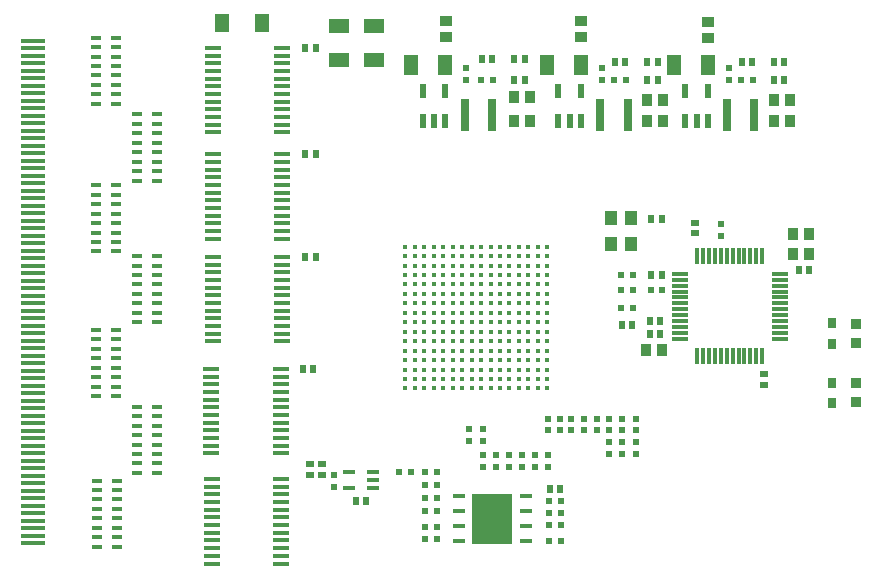
<source format=gtp>
G04*
G04 #@! TF.GenerationSoftware,Altium Limited,Altium Designer,24.4.1 (13)*
G04*
G04 Layer_Color=8421504*
%FSLAX44Y44*%
%MOMM*%
G71*
G04*
G04 #@! TF.SameCoordinates,15E4D96D-5BE7-4AE5-8AB4-AC3752DCFCC4*
G04*
G04*
G04 #@! TF.FilePolarity,Positive*
G04*
G01*
G75*
%ADD16R,0.6000X0.5000*%
%ADD17R,0.5000X0.6000*%
%ADD18R,3.4500X4.3500*%
%ADD19R,1.0500X0.4500*%
%ADD20R,0.9000X1.0000*%
%ADD21R,1.4750X0.3000*%
%ADD22R,0.3000X1.4750*%
%ADD23R,0.6000X0.6400*%
%ADD24R,1.4750X0.4500*%
%ADD25R,1.0500X0.4000*%
%ADD26R,0.6400X0.6000*%
%ADD27R,0.9000X0.4500*%
%ADD28R,0.6000X1.1500*%
%ADD29R,0.8000X2.7000*%
%ADD30R,1.2500X1.6500*%
%ADD31R,1.0000X0.9000*%
%ADD32C,0.4200*%
%ADD33R,1.8000X1.3000*%
%ADD34R,1.3000X1.8000*%
%ADD35R,0.8000X0.9000*%
%ADD36R,0.9500X0.9000*%
%ADD37R,2.0000X0.3800*%
%ADD38R,1.1000X1.3000*%
D16*
X649000Y363000D02*
D03*
Y353000D02*
D03*
X616000Y322000D02*
D03*
Y332000D02*
D03*
X680000Y353000D02*
D03*
Y363000D02*
D03*
X691000D02*
D03*
Y353000D02*
D03*
X724000Y343000D02*
D03*
Y333000D02*
D03*
Y363000D02*
D03*
Y353000D02*
D03*
X669000Y363000D02*
D03*
Y353000D02*
D03*
X649000Y332000D02*
D03*
Y322000D02*
D03*
X659000Y363000D02*
D03*
Y353000D02*
D03*
X468000Y305000D02*
D03*
Y315000D02*
D03*
X695000Y660000D02*
D03*
Y650000D02*
D03*
X802500Y660000D02*
D03*
Y650000D02*
D03*
X712000Y353000D02*
D03*
Y363000D02*
D03*
X627000Y322000D02*
D03*
Y332000D02*
D03*
X638000Y322000D02*
D03*
Y332000D02*
D03*
X594000D02*
D03*
Y322000D02*
D03*
X605000D02*
D03*
Y332000D02*
D03*
X594000Y344000D02*
D03*
Y354000D02*
D03*
X582000D02*
D03*
Y344000D02*
D03*
X712000Y333000D02*
D03*
Y343000D02*
D03*
X701000Y333000D02*
D03*
Y343000D02*
D03*
X701000Y353000D02*
D03*
Y363000D02*
D03*
X796000Y517500D02*
D03*
Y527500D02*
D03*
X580000Y650000D02*
D03*
Y660000D02*
D03*
D17*
X650000Y293000D02*
D03*
X660000D02*
D03*
X555000Y318000D02*
D03*
X545000D02*
D03*
Y307000D02*
D03*
X555000D02*
D03*
X523000Y318000D02*
D03*
X533000D02*
D03*
X555000Y261000D02*
D03*
X545000D02*
D03*
X660000Y259000D02*
D03*
X650000D02*
D03*
X545000Y296000D02*
D03*
X555000D02*
D03*
X711000Y472000D02*
D03*
X721000D02*
D03*
X711000Y484500D02*
D03*
X721000D02*
D03*
X711000Y457000D02*
D03*
X721000D02*
D03*
X660000Y283000D02*
D03*
X650000D02*
D03*
X555000Y271000D02*
D03*
X545000D02*
D03*
X555000Y285000D02*
D03*
X545000D02*
D03*
X736000Y472000D02*
D03*
X746000D02*
D03*
X650000Y273000D02*
D03*
X660000D02*
D03*
X812500Y650000D02*
D03*
X822500D02*
D03*
X705000D02*
D03*
X715000D02*
D03*
X592500D02*
D03*
X602500D02*
D03*
D18*
X602000Y278000D02*
D03*
D19*
X630500Y297050D02*
D03*
Y284350D02*
D03*
Y271650D02*
D03*
Y258950D02*
D03*
X573500D02*
D03*
Y271650D02*
D03*
Y284350D02*
D03*
Y297050D02*
D03*
D20*
X745750Y421000D02*
D03*
X732250D02*
D03*
X854250Y615000D02*
D03*
X840750D02*
D03*
X634250Y635000D02*
D03*
X620750D02*
D03*
X854250Y632500D02*
D03*
X840750D02*
D03*
X733250Y615000D02*
D03*
X746750D02*
D03*
X869750Y502000D02*
D03*
X856250D02*
D03*
X869750Y519000D02*
D03*
X856250D02*
D03*
X733250Y632500D02*
D03*
X746750D02*
D03*
X634250Y615000D02*
D03*
X620750D02*
D03*
D21*
X760620Y485500D02*
D03*
Y480500D02*
D03*
Y475500D02*
D03*
Y470500D02*
D03*
Y465500D02*
D03*
Y460500D02*
D03*
Y455500D02*
D03*
Y450500D02*
D03*
Y445500D02*
D03*
Y440500D02*
D03*
Y435500D02*
D03*
Y430500D02*
D03*
X845380D02*
D03*
Y435500D02*
D03*
Y440500D02*
D03*
Y445500D02*
D03*
Y450500D02*
D03*
Y455500D02*
D03*
Y460500D02*
D03*
Y465500D02*
D03*
Y470500D02*
D03*
Y475500D02*
D03*
Y480500D02*
D03*
Y485500D02*
D03*
D22*
X775500Y415620D02*
D03*
X780500D02*
D03*
X785500D02*
D03*
X790500D02*
D03*
X795500D02*
D03*
X800500D02*
D03*
X805500D02*
D03*
X810500D02*
D03*
X815500D02*
D03*
X820500D02*
D03*
X825500D02*
D03*
X830500D02*
D03*
Y500380D02*
D03*
X825500D02*
D03*
X820500D02*
D03*
X815500D02*
D03*
X810500D02*
D03*
X805500D02*
D03*
X800500D02*
D03*
X795500D02*
D03*
X790500D02*
D03*
X785500D02*
D03*
X780500D02*
D03*
X775500D02*
D03*
D23*
X495400Y293000D02*
D03*
X486600D02*
D03*
X720400Y442000D02*
D03*
X711600D02*
D03*
X659400Y303000D02*
D03*
X650600D02*
D03*
X593100Y667500D02*
D03*
X601900D02*
D03*
X620600Y650000D02*
D03*
X629400D02*
D03*
Y667500D02*
D03*
X620600D02*
D03*
X735600Y446000D02*
D03*
X744400D02*
D03*
X452400Y500000D02*
D03*
X443600D02*
D03*
X450400Y405000D02*
D03*
X441600D02*
D03*
X714400Y665000D02*
D03*
X705600D02*
D03*
X745400Y532000D02*
D03*
X736600D02*
D03*
X741900Y665000D02*
D03*
X733100D02*
D03*
X741900Y650000D02*
D03*
X733100D02*
D03*
X744400Y435000D02*
D03*
X735600D02*
D03*
X840600Y665000D02*
D03*
X849400D02*
D03*
X840600Y650000D02*
D03*
X849400D02*
D03*
X821900Y665000D02*
D03*
X813100D02*
D03*
X861600Y489000D02*
D03*
X870400D02*
D03*
X745400Y484500D02*
D03*
X736600D02*
D03*
X443600Y587000D02*
D03*
X452400D02*
D03*
X443600Y677000D02*
D03*
X452400D02*
D03*
D24*
X423380Y311750D02*
D03*
Y305250D02*
D03*
Y298750D02*
D03*
Y292250D02*
D03*
Y285750D02*
D03*
Y279250D02*
D03*
Y272750D02*
D03*
Y266250D02*
D03*
Y259750D02*
D03*
Y253250D02*
D03*
Y246750D02*
D03*
Y240250D02*
D03*
X364620D02*
D03*
Y246750D02*
D03*
Y253250D02*
D03*
Y259750D02*
D03*
Y266250D02*
D03*
Y272750D02*
D03*
Y279250D02*
D03*
Y285750D02*
D03*
Y292250D02*
D03*
Y298750D02*
D03*
Y305250D02*
D03*
Y311750D02*
D03*
X423000Y405000D02*
D03*
Y398500D02*
D03*
Y392000D02*
D03*
Y385500D02*
D03*
Y379000D02*
D03*
Y372500D02*
D03*
Y366000D02*
D03*
Y359500D02*
D03*
Y353000D02*
D03*
Y346500D02*
D03*
Y340000D02*
D03*
Y333500D02*
D03*
X364240D02*
D03*
Y340000D02*
D03*
Y346500D02*
D03*
Y353000D02*
D03*
Y359500D02*
D03*
Y366000D02*
D03*
Y372500D02*
D03*
Y379000D02*
D03*
Y385500D02*
D03*
Y392000D02*
D03*
Y398500D02*
D03*
Y405000D02*
D03*
X423880Y676750D02*
D03*
Y670250D02*
D03*
Y663750D02*
D03*
Y657250D02*
D03*
Y650750D02*
D03*
Y644250D02*
D03*
Y637750D02*
D03*
Y631250D02*
D03*
Y624750D02*
D03*
Y618250D02*
D03*
Y611750D02*
D03*
Y605250D02*
D03*
X365120D02*
D03*
Y611750D02*
D03*
Y618250D02*
D03*
Y624750D02*
D03*
Y631250D02*
D03*
Y637750D02*
D03*
Y644250D02*
D03*
Y650750D02*
D03*
Y657250D02*
D03*
Y663750D02*
D03*
Y670250D02*
D03*
Y676750D02*
D03*
X423880Y499750D02*
D03*
Y493250D02*
D03*
Y486750D02*
D03*
Y480250D02*
D03*
Y473750D02*
D03*
Y467250D02*
D03*
Y460750D02*
D03*
Y454250D02*
D03*
Y447750D02*
D03*
Y441250D02*
D03*
Y434750D02*
D03*
Y428250D02*
D03*
X365120D02*
D03*
Y434750D02*
D03*
Y441250D02*
D03*
Y447750D02*
D03*
Y454250D02*
D03*
Y460750D02*
D03*
Y467250D02*
D03*
Y473750D02*
D03*
Y480250D02*
D03*
Y486750D02*
D03*
Y493250D02*
D03*
Y499750D02*
D03*
X365120Y586750D02*
D03*
Y580250D02*
D03*
Y573750D02*
D03*
Y567250D02*
D03*
Y560750D02*
D03*
Y554250D02*
D03*
Y547750D02*
D03*
Y541250D02*
D03*
Y534750D02*
D03*
Y528250D02*
D03*
Y521750D02*
D03*
Y515250D02*
D03*
X423880D02*
D03*
Y521750D02*
D03*
Y528250D02*
D03*
Y534750D02*
D03*
Y541250D02*
D03*
Y547750D02*
D03*
Y554250D02*
D03*
Y560750D02*
D03*
Y567250D02*
D03*
Y573750D02*
D03*
Y580250D02*
D03*
Y586750D02*
D03*
D25*
X501000Y304500D02*
D03*
Y311000D02*
D03*
Y317500D02*
D03*
X481000D02*
D03*
Y304500D02*
D03*
D26*
X458000Y315600D02*
D03*
Y324400D02*
D03*
X448000Y324400D02*
D03*
Y315600D02*
D03*
X773500Y520100D02*
D03*
Y528900D02*
D03*
X832000Y400400D02*
D03*
Y391600D02*
D03*
D27*
X301500Y444500D02*
D03*
Y452500D02*
D03*
Y468500D02*
D03*
Y460500D02*
D03*
Y484500D02*
D03*
Y500500D02*
D03*
Y492500D02*
D03*
Y476500D02*
D03*
X318500D02*
D03*
Y492500D02*
D03*
Y500500D02*
D03*
Y484500D02*
D03*
Y460500D02*
D03*
Y468500D02*
D03*
Y452500D02*
D03*
Y444500D02*
D03*
X266500Y382000D02*
D03*
Y390000D02*
D03*
Y406000D02*
D03*
Y398000D02*
D03*
Y422000D02*
D03*
Y438000D02*
D03*
Y430000D02*
D03*
Y414000D02*
D03*
X283500D02*
D03*
Y430000D02*
D03*
Y438000D02*
D03*
Y422000D02*
D03*
Y398000D02*
D03*
Y406000D02*
D03*
Y390000D02*
D03*
Y382000D02*
D03*
X301500Y317000D02*
D03*
Y325000D02*
D03*
Y341000D02*
D03*
Y333000D02*
D03*
Y357000D02*
D03*
Y373000D02*
D03*
Y365000D02*
D03*
Y349000D02*
D03*
X318500D02*
D03*
Y365000D02*
D03*
Y373000D02*
D03*
Y357000D02*
D03*
Y333000D02*
D03*
Y341000D02*
D03*
Y325000D02*
D03*
Y317000D02*
D03*
X301500Y564500D02*
D03*
Y572500D02*
D03*
Y588500D02*
D03*
Y580500D02*
D03*
Y604500D02*
D03*
Y620500D02*
D03*
Y612500D02*
D03*
Y596500D02*
D03*
X318500D02*
D03*
Y612500D02*
D03*
Y620500D02*
D03*
Y604500D02*
D03*
Y580500D02*
D03*
Y588500D02*
D03*
Y572500D02*
D03*
Y564500D02*
D03*
X284500Y254500D02*
D03*
Y262500D02*
D03*
Y278500D02*
D03*
Y270500D02*
D03*
Y294500D02*
D03*
Y310500D02*
D03*
Y302500D02*
D03*
Y286500D02*
D03*
X267500D02*
D03*
Y302500D02*
D03*
Y310500D02*
D03*
Y294500D02*
D03*
Y270500D02*
D03*
Y278500D02*
D03*
Y262500D02*
D03*
Y254500D02*
D03*
X283500Y504500D02*
D03*
Y512500D02*
D03*
Y528500D02*
D03*
Y520500D02*
D03*
Y544500D02*
D03*
Y560500D02*
D03*
Y552500D02*
D03*
Y536500D02*
D03*
X266500D02*
D03*
Y552500D02*
D03*
Y560500D02*
D03*
Y544500D02*
D03*
Y520500D02*
D03*
Y528500D02*
D03*
Y512500D02*
D03*
Y504500D02*
D03*
X283500Y629500D02*
D03*
Y637500D02*
D03*
Y653500D02*
D03*
Y645500D02*
D03*
Y669500D02*
D03*
Y685500D02*
D03*
Y677500D02*
D03*
Y661500D02*
D03*
X266500D02*
D03*
Y677500D02*
D03*
Y685500D02*
D03*
Y669500D02*
D03*
Y645500D02*
D03*
Y653500D02*
D03*
Y637500D02*
D03*
Y629500D02*
D03*
D28*
X543000Y640500D02*
D03*
X562000D02*
D03*
Y614500D02*
D03*
X552500D02*
D03*
X543000D02*
D03*
X658000Y640500D02*
D03*
X677000D02*
D03*
Y614500D02*
D03*
X667500D02*
D03*
X658000D02*
D03*
X765500Y640500D02*
D03*
X784500D02*
D03*
Y614500D02*
D03*
X775000D02*
D03*
X765500D02*
D03*
D29*
X824000Y620000D02*
D03*
X801000D02*
D03*
X693500D02*
D03*
X716500D02*
D03*
X578500D02*
D03*
X601500D02*
D03*
D30*
X372750Y697500D02*
D03*
X407250D02*
D03*
D31*
X677500Y699250D02*
D03*
Y685750D02*
D03*
X785000Y685000D02*
D03*
Y698500D02*
D03*
X562500Y685750D02*
D03*
Y699250D02*
D03*
D32*
X528500Y508500D02*
D03*
X536500D02*
D03*
X544500D02*
D03*
X552500D02*
D03*
X560500D02*
D03*
X568500D02*
D03*
X576500D02*
D03*
X584500D02*
D03*
X592500D02*
D03*
X600500D02*
D03*
X608500D02*
D03*
X616500D02*
D03*
X624500D02*
D03*
X632500D02*
D03*
X640500D02*
D03*
X648500D02*
D03*
X528500Y500500D02*
D03*
X536500D02*
D03*
X544500D02*
D03*
X552500D02*
D03*
X560500D02*
D03*
X568500D02*
D03*
X576500D02*
D03*
X584500D02*
D03*
X592500D02*
D03*
X600500D02*
D03*
X608500D02*
D03*
X616500D02*
D03*
X624500D02*
D03*
X632500D02*
D03*
X640500D02*
D03*
X648500D02*
D03*
X528500Y492500D02*
D03*
X536500D02*
D03*
X544500D02*
D03*
X552500D02*
D03*
X560500D02*
D03*
X568500D02*
D03*
X576500D02*
D03*
X584500D02*
D03*
X592500D02*
D03*
X600500D02*
D03*
X608500D02*
D03*
X616500D02*
D03*
X624500D02*
D03*
X632500D02*
D03*
X640500D02*
D03*
X648500D02*
D03*
X528500Y484500D02*
D03*
X536500D02*
D03*
X544500D02*
D03*
X552500D02*
D03*
X560500D02*
D03*
X568500D02*
D03*
X576500D02*
D03*
X584500D02*
D03*
X592500D02*
D03*
X600500D02*
D03*
X608500D02*
D03*
X616500D02*
D03*
X624500D02*
D03*
X632500D02*
D03*
X640500D02*
D03*
X648500D02*
D03*
X528500Y476500D02*
D03*
X536500D02*
D03*
X544500D02*
D03*
X552500D02*
D03*
X560500D02*
D03*
X568500D02*
D03*
X576500D02*
D03*
X584500D02*
D03*
X592500D02*
D03*
X600500D02*
D03*
X608500D02*
D03*
X616500D02*
D03*
X624500D02*
D03*
X632500D02*
D03*
X640500D02*
D03*
X648500D02*
D03*
X528500Y468500D02*
D03*
X536500D02*
D03*
X544500D02*
D03*
X552500D02*
D03*
X560500D02*
D03*
X568500D02*
D03*
X576500D02*
D03*
X584500D02*
D03*
X592500D02*
D03*
X600500D02*
D03*
X608500D02*
D03*
X616500D02*
D03*
X624500D02*
D03*
X632500D02*
D03*
X640500D02*
D03*
X648500D02*
D03*
X528500Y460500D02*
D03*
X536500D02*
D03*
X544500D02*
D03*
X552500D02*
D03*
X560500D02*
D03*
X568500D02*
D03*
X576500D02*
D03*
X584500D02*
D03*
X592500D02*
D03*
X600500D02*
D03*
X608500D02*
D03*
X616500D02*
D03*
X624500D02*
D03*
X632500D02*
D03*
X640500D02*
D03*
X648500D02*
D03*
X528500Y452500D02*
D03*
X536500D02*
D03*
X544500D02*
D03*
X552500D02*
D03*
X560500D02*
D03*
X568500D02*
D03*
X576500D02*
D03*
X584500D02*
D03*
X592500D02*
D03*
X600500D02*
D03*
X608500D02*
D03*
X616500D02*
D03*
X624500D02*
D03*
X632500D02*
D03*
X640500D02*
D03*
X648500D02*
D03*
X528500Y444500D02*
D03*
X536500D02*
D03*
X544500D02*
D03*
X552500D02*
D03*
X560500D02*
D03*
X568500D02*
D03*
X576500D02*
D03*
X584500D02*
D03*
X592500D02*
D03*
X600500D02*
D03*
X608500D02*
D03*
X616500D02*
D03*
X624500D02*
D03*
X632500D02*
D03*
X640500D02*
D03*
X648500D02*
D03*
X528500Y436500D02*
D03*
X536500D02*
D03*
X544500D02*
D03*
X552500D02*
D03*
X560500D02*
D03*
X568500D02*
D03*
X576500D02*
D03*
X584500D02*
D03*
X592500D02*
D03*
X600500D02*
D03*
X608500D02*
D03*
X616500D02*
D03*
X624500D02*
D03*
X632500D02*
D03*
X640500D02*
D03*
X648500D02*
D03*
X528500Y428500D02*
D03*
X536500D02*
D03*
X544500D02*
D03*
X552500D02*
D03*
X560500D02*
D03*
X568500D02*
D03*
X576500D02*
D03*
X584500D02*
D03*
X592500D02*
D03*
X600500D02*
D03*
X608500D02*
D03*
X616500D02*
D03*
X624500D02*
D03*
X632500D02*
D03*
X640500D02*
D03*
X648500D02*
D03*
X528500Y420500D02*
D03*
X536500D02*
D03*
X544500D02*
D03*
X552500D02*
D03*
X560500D02*
D03*
X568500D02*
D03*
X576500D02*
D03*
X584500D02*
D03*
X592500D02*
D03*
X600500D02*
D03*
X608500D02*
D03*
X616500D02*
D03*
X624500D02*
D03*
X632500D02*
D03*
X640500D02*
D03*
X648500D02*
D03*
X528500Y412500D02*
D03*
X536500D02*
D03*
X544500D02*
D03*
X552500D02*
D03*
X560500D02*
D03*
X568500D02*
D03*
X576500D02*
D03*
X584500D02*
D03*
X592500D02*
D03*
X600500D02*
D03*
X608500D02*
D03*
X616500D02*
D03*
X624500D02*
D03*
X632500D02*
D03*
X640500D02*
D03*
X648500D02*
D03*
X528500Y404500D02*
D03*
X536500D02*
D03*
X544500D02*
D03*
X552500D02*
D03*
X560500D02*
D03*
X568500D02*
D03*
X576500D02*
D03*
X584500D02*
D03*
X592500D02*
D03*
X600500D02*
D03*
X608500D02*
D03*
X616500D02*
D03*
X624500D02*
D03*
X632500D02*
D03*
X640500D02*
D03*
X648500D02*
D03*
X528500Y396500D02*
D03*
X536500D02*
D03*
X544500D02*
D03*
X552500D02*
D03*
X560500D02*
D03*
X568500D02*
D03*
X576500D02*
D03*
X584500D02*
D03*
X592500D02*
D03*
X600500D02*
D03*
X608500D02*
D03*
X616500D02*
D03*
X624500D02*
D03*
X632500D02*
D03*
X640500D02*
D03*
X648500D02*
D03*
X528500Y388500D02*
D03*
X536500D02*
D03*
X544500D02*
D03*
X552500D02*
D03*
X560500D02*
D03*
X568500D02*
D03*
X576500D02*
D03*
X584500D02*
D03*
X592500D02*
D03*
X600500D02*
D03*
X608500D02*
D03*
X616500D02*
D03*
X624500D02*
D03*
X632500D02*
D03*
X640500D02*
D03*
X648500D02*
D03*
D33*
X502000Y695500D02*
D03*
Y666500D02*
D03*
X472000Y695500D02*
D03*
Y666500D02*
D03*
D34*
X755500Y662500D02*
D03*
X784500D02*
D03*
X648000D02*
D03*
X677000D02*
D03*
X533000D02*
D03*
X562000D02*
D03*
D35*
X890000Y376500D02*
D03*
Y393500D02*
D03*
Y426500D02*
D03*
Y443500D02*
D03*
D36*
X910000Y377000D02*
D03*
Y393000D02*
D03*
Y427000D02*
D03*
Y443000D02*
D03*
D37*
X213000Y644625D02*
D03*
Y638275D02*
D03*
Y631925D02*
D03*
Y625575D02*
D03*
Y682725D02*
D03*
Y670025D02*
D03*
Y657325D02*
D03*
Y619225D02*
D03*
Y606525D02*
D03*
Y593825D02*
D03*
Y581125D02*
D03*
Y568425D02*
D03*
Y555725D02*
D03*
Y543025D02*
D03*
Y530325D02*
D03*
Y517625D02*
D03*
Y504925D02*
D03*
Y492225D02*
D03*
Y479525D02*
D03*
Y466825D02*
D03*
Y454125D02*
D03*
Y441425D02*
D03*
Y428725D02*
D03*
Y416025D02*
D03*
Y403325D02*
D03*
Y390625D02*
D03*
Y377925D02*
D03*
Y365225D02*
D03*
Y352525D02*
D03*
Y339825D02*
D03*
Y327125D02*
D03*
Y314425D02*
D03*
Y301725D02*
D03*
Y289025D02*
D03*
Y276325D02*
D03*
Y263625D02*
D03*
Y676375D02*
D03*
Y663675D02*
D03*
Y650975D02*
D03*
Y612875D02*
D03*
Y600175D02*
D03*
Y587475D02*
D03*
Y574775D02*
D03*
Y562075D02*
D03*
Y549375D02*
D03*
Y536675D02*
D03*
Y523975D02*
D03*
Y511275D02*
D03*
Y498575D02*
D03*
Y485875D02*
D03*
Y473175D02*
D03*
Y460475D02*
D03*
Y447775D02*
D03*
Y435075D02*
D03*
Y422375D02*
D03*
Y409675D02*
D03*
Y396975D02*
D03*
Y384275D02*
D03*
Y371575D02*
D03*
Y358875D02*
D03*
Y346175D02*
D03*
Y333475D02*
D03*
Y320775D02*
D03*
Y308075D02*
D03*
Y295375D02*
D03*
Y282675D02*
D03*
Y269975D02*
D03*
Y257275D02*
D03*
D38*
X702500Y533000D02*
D03*
X719500D02*
D03*
X702500Y511000D02*
D03*
X719500D02*
D03*
M02*

</source>
